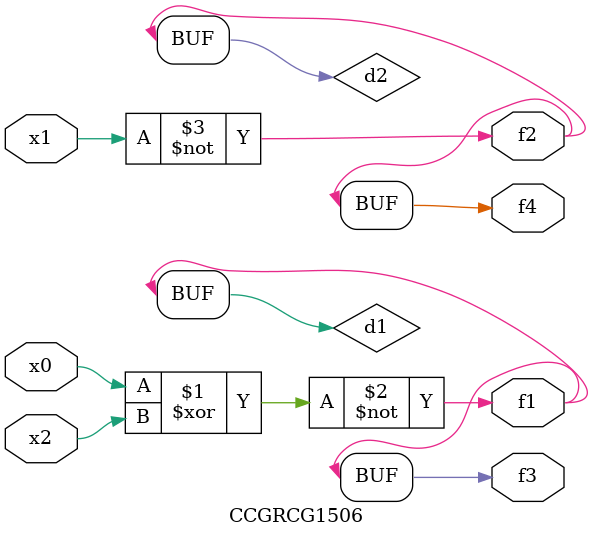
<source format=v>
module CCGRCG1506(
	input x0, x1, x2,
	output f1, f2, f3, f4
);

	wire d1, d2, d3;

	xnor (d1, x0, x2);
	nand (d2, x1);
	nor (d3, x1, x2);
	assign f1 = d1;
	assign f2 = d2;
	assign f3 = d1;
	assign f4 = d2;
endmodule

</source>
